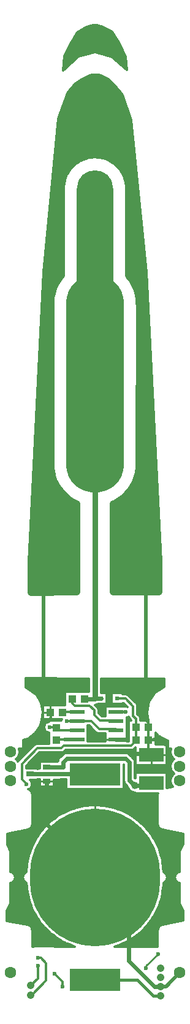
<source format=gbr>
G04 DipTrace 3.2.0.1*
G04 Top.gbr*
%MOMM*%
G04 #@! TF.FileFunction,Copper,L1,Top*
G04 #@! TF.Part,Single*
G04 #@! TA.AperFunction,CopperBalancing*
%ADD10C,0.25*%
%ADD15C,0.3*%
G04 #@! TA.AperFunction,ViaPad*
%ADD16C,0.6*%
G04 #@! TA.AperFunction,Conductor*
%ADD17C,0.5*%
%ADD19C,0.4*%
G04 #@! TA.AperFunction,ViaPad*
%ADD20C,0.8*%
G04 #@! TA.AperFunction,CopperBalancing*
%ADD21C,1.0*%
%ADD24R,1.1X1.0*%
%ADD25R,3.4X1.9*%
%ADD26R,1.0X1.1*%
%ADD28R,0.6X0.6*%
G04 #@! TA.AperFunction,ComponentPad*
%ADD29C,1.6*%
%ADD31R,1.05X0.65*%
%ADD34O,5.0X40.0*%
%ADD35O,8.0X30.0*%
%ADD36R,2.0X0.6*%
%ADD37R,7.0X3.1*%
%ADD38O,18.0X19.0*%
G04 #@! TA.AperFunction,ComponentPad*
%ADD39C,1.05*%
%FSLAX35Y35*%
G04*
G71*
G90*
G75*
G01*
G04 Top*
%LPD*%
X519630Y472037D2*
D15*
X134537D1*
X0Y337500D1*
X-98730Y1099620D2*
Y812297D1*
X-301837D1*
Y639337D1*
X0Y337500D1*
X902457Y-1171640D2*
D16*
X821307D1*
X469187Y-819520D1*
Y-131687D1*
X0Y337500D1*
X-660100Y779020D2*
D15*
X-441520D1*
X0Y337500D1*
X684743Y675010D2*
X337510D1*
X323987Y661487D1*
X0Y337500D1*
X902457Y-1171640D2*
D17*
X978360D1*
X1170000Y-980000D1*
X-116953Y984873D2*
D15*
X-117383D1*
Y668200D1*
Y508473D1*
Y454883D1*
X0Y337500D1*
X-116820Y668200D2*
X-117383D1*
X-155907Y508473D2*
X-117383D1*
X-613610Y2520370D2*
Y2611167D1*
X-617600Y2615157D1*
X-650683Y1989397D2*
X-583483Y2056597D1*
X776000D1*
Y2029467D1*
X737437D1*
Y2236083D1*
Y2407253D1*
X739687Y2409503D1*
X826183Y2241677D2*
X743030D1*
X737437Y2236083D1*
X739687Y2409503D2*
Y2470810D1*
X633193Y2577303D1*
X703460Y3034410D2*
Y3032363D1*
X818120D1*
X918447D1*
X920493Y3034410D1*
X-922343Y3032363D2*
X-813550D1*
Y3029367D1*
X-710587D1*
X-709427Y3028207D1*
X703460Y3034410D2*
D17*
Y4385763D1*
D15*
X706267Y4388570D1*
X-709427Y3028207D2*
D17*
Y4374947D1*
D15*
X-547550D1*
X290620Y2241270D2*
D16*
X445587Y2243290D1*
X-429273Y-274190D2*
D15*
Y-91773D1*
X0Y337500D1*
X-665057Y1667223D2*
D16*
Y1073800D1*
X71243Y337500D1*
X0D1*
X-290963Y749143D2*
D15*
Y628463D1*
X0Y337500D1*
X-540933Y608097D2*
X-270597D1*
X0Y337500D1*
X547467Y1603633D2*
Y1639467D1*
X541110D1*
X-665057Y1857223D2*
D16*
X-436547Y1855373D1*
Y1931287D1*
X-386050Y1981783D1*
X419890D1*
X477540Y1924133D1*
Y1673560D1*
X547467Y1603633D1*
X776000D1*
Y1639467D1*
X-885000Y-1288500D2*
D15*
X-875550D1*
X-673417Y-1086367D1*
Y-846397D1*
X-746147Y-773667D1*
X-788110D1*
X-789213Y-882323D2*
Y-1058713D1*
X-888500Y-1158000D1*
X870900Y-718893D2*
D10*
X704273Y-885520D1*
Y-916097D1*
X-450133Y-1168930D2*
D15*
Y-1102227D1*
X-556633Y-995727D1*
X-895057Y1762223D2*
D16*
X-6723D1*
D17*
X0Y1755500D1*
X902457Y-1298640D2*
D19*
X803680D1*
X580463Y-1075423D1*
X5077D1*
X0Y-1080500D1*
X306357Y2804583D2*
D15*
X419470D1*
X526633Y2697420D1*
Y2566217D1*
X564197Y2528653D1*
Y2409503D1*
X567540D1*
Y2222427D1*
X529083D1*
Y2187200D1*
X497320Y2155437D1*
X-429293D1*
X-461987Y2122743D1*
X-792523D1*
X-1010850Y1904417D1*
Y1693743D1*
X-946230Y1629123D1*
Y1624753D1*
X569687Y2409503D2*
X567540D1*
X567437Y2236083D2*
X567540Y2222427D1*
X-406730Y2239073D2*
D17*
X-251577D1*
D15*
X-249380Y2241270D1*
X424367Y2618943D2*
X293947D1*
X290620Y2622270D1*
X-406730Y2239073D2*
X-532317D1*
X-535777Y2235613D1*
X-249380Y2368270D2*
X-498433D1*
X-535777Y2405613D1*
X-625987Y2410363D2*
X-540527D1*
X-535777Y2405613D1*
X-249380Y2495270D2*
X-55090D1*
X57577Y2382603D1*
X290620D1*
Y2368270D1*
X-386520Y2498620D2*
X-252730D1*
X-249380Y2495270D1*
Y2622270D2*
X-440487D1*
X-447600Y2615157D1*
X290620Y2495270D2*
Y2504583D1*
X64497D1*
X-12087Y2581167D1*
Y2644120D1*
X-77600Y2709633D1*
X-279323D1*
X-313510Y2743820D1*
Y2802007D1*
X-143510D2*
D16*
X903D1*
Y2804583D1*
X86357D1*
X903D2*
D20*
Y7150000D1*
X0D1*
D15*
Y8100000D1*
D16*
X703460Y3034410D3*
X920493D3*
X-922343Y3032363D3*
X818120D3*
X196707Y3030677D3*
X298567D3*
X400080Y3029770D3*
X-813550Y3029367D3*
X500737Y3028813D3*
X601197D3*
X-709427Y3028207D3*
X-517787Y3026903D3*
X-611767Y3026087D3*
X-416127Y3025950D3*
X-303543Y3024540D3*
X-186177Y3024520D3*
X424367Y2618943D3*
X633193Y2577303D3*
X-613610Y2520370D3*
X-386520Y2498620D3*
X-625987Y2410363D3*
X123483Y2285413D3*
X445587Y2243290D3*
X826183Y2241677D3*
X-406730Y2239073D3*
X-807180Y2225943D3*
X-938447Y2218177D3*
X980563Y2170610D3*
D20*
X-650683Y1989397D3*
D16*
X-737810Y1991080D3*
X-566757Y1988470D3*
X-870943Y1911163D3*
X-824650Y1864650D3*
X-436547Y1855373D3*
X-946230Y1624753D3*
D21*
X547467Y1603633D3*
D16*
X-94503Y1488460D3*
X137730Y1487943D3*
X642930Y1470577D3*
X752603Y1406887D3*
X-844583Y1393910D3*
X827527Y1352327D3*
X-89677Y1352513D3*
X139203Y1347167D3*
X-295413Y1298107D3*
D20*
X-98730Y1099620D3*
D16*
X141877Y1100967D3*
X680923Y1085730D3*
X-816190Y1051710D3*
X815093Y1018390D3*
X-291690Y998860D3*
X146813Y995697D3*
X-116953Y984873D3*
X-816190Y980047D3*
X-818230Y894060D3*
X-904230Y943193D3*
X956633Y934717D3*
X891487Y895630D3*
X956633Y854680D3*
X-660100Y779020D3*
X-290963Y749143D3*
X684743Y675010D3*
X-116820Y668200D3*
X-540933Y608097D3*
X677923Y567127D3*
X-155907Y508473D3*
X-539373Y500547D3*
X519630Y472037D3*
X-429273Y-274190D3*
X749017Y-339827D3*
X-803197Y-472360D3*
X752517Y-508783D3*
X-804797Y-562923D3*
X870900Y-718893D3*
X-788110Y-773667D3*
X704273Y-916097D3*
X-789213Y-882323D3*
X-556633Y-995727D3*
X-450133Y-1168930D3*
X-634417Y525677D3*
X-954063Y3053783D2*
D15*
X-88303D1*
X90077D2*
X953667D1*
X-953770Y3024117D2*
X-88303D1*
X90077D2*
X953787D1*
X-953417Y2994450D2*
X-88303D1*
X90077D2*
X953903D1*
X-953123Y2964783D2*
X-88303D1*
X90077D2*
X951207D1*
X-913633Y2935117D2*
X-88303D1*
X90077D2*
X906617D1*
X-870507Y2905450D2*
X-88303D1*
X90077D2*
X861970D1*
X-827440Y2875783D2*
X-417720D1*
X165547D2*
X227163D1*
X385567D2*
X819840D1*
X-802657Y2846117D2*
X-417720D1*
X165547D2*
X227163D1*
X467480D2*
X798687D1*
X-785077Y2816450D2*
X-417720D1*
X165547D2*
X227163D1*
X497130D2*
X777593D1*
X-767500Y2786783D2*
X-417720D1*
X165547D2*
X227163D1*
X526837D2*
X756440D1*
X-749923Y2757117D2*
X-417720D1*
X165547D2*
X227163D1*
X556483D2*
X741910D1*
X-739200Y2727450D2*
X-417720D1*
X42383D2*
X407047D1*
X582970D2*
X736343D1*
X23810Y2697783D2*
X141440D1*
X590820D2*
X730720D1*
X47187Y2668117D2*
X141440D1*
X590820D2*
X725093D1*
X52110Y2638450D2*
X141440D1*
X590820D2*
X719470D1*
X52110Y2608783D2*
X141440D1*
X590820D2*
X713903D1*
X79530Y2579117D2*
X141440D1*
X603300D2*
X718650D1*
X624747Y2549450D2*
X724390D1*
X439823Y2519783D2*
X483513D1*
X628380D2*
X730190D1*
X-734687Y2490117D2*
X-634983D1*
X439823D2*
X465463D1*
X-745293Y2460450D2*
X-686430D1*
X439823D2*
X465463D1*
X-755957Y2430783D2*
X-702427D1*
X-100177D2*
X-80193D1*
X439823D2*
X465463D1*
X-773360Y2401117D2*
X-704653D1*
X-100177D2*
X-50513D1*
X439823D2*
X465463D1*
X-793810Y2371450D2*
X-694517D1*
X-100177D2*
X-20803D1*
X439823D2*
X465463D1*
X-814317Y2341783D2*
X-662230D1*
X-100177D2*
X8843D1*
X439823D2*
X465463D1*
X-841093Y2312117D2*
X-634983D1*
X-100177D2*
X141440D1*
X439823D2*
X463237D1*
X-879707Y2282450D2*
X-634983D1*
X-100177D2*
X141440D1*
X439823D2*
X463237D1*
X841660D2*
X894547D1*
X-918320Y2252783D2*
X-634983D1*
X-100177D2*
X141440D1*
X439823D2*
X463237D1*
X841660D2*
X951500D1*
X-984707Y2223117D2*
X-634983D1*
X-100177D2*
X141440D1*
X439823D2*
X463237D1*
X841660D2*
X1002127D1*
X-984883Y2193450D2*
X-634983D1*
X841660D2*
X1002007D1*
X-985117Y2163783D2*
X-841060D1*
X-985293Y2134117D2*
X-870707D1*
X-1045587Y2104450D2*
X-900357D1*
X534160D2*
X556813D1*
X995177D2*
X1045600D1*
X-1040900Y2074783D2*
X-930063D1*
X-420977D2*
X556813D1*
X995177D2*
X1040913D1*
X-1043300Y2045117D2*
X-959710D1*
X-780623D2*
X-431430D1*
X465253D2*
X556813D1*
X995177D2*
X1043257D1*
X-1053203Y2015450D2*
X-989360D1*
X-810273D2*
X-463130D1*
X497013D2*
X556813D1*
X995177D2*
X1053220D1*
X-1073007Y1985783D2*
X-1019007D1*
X-839923D2*
X-492837D1*
X526660D2*
X556813D1*
X995177D2*
X1073023D1*
X-1074767Y1956117D2*
X-1048713D1*
X-869630D2*
X-511587D1*
X995177D2*
X1074723D1*
X-899277Y1926450D2*
X-766763D1*
X995177D2*
X1054157D1*
X-928927Y1896783D2*
X-766763D1*
X995177D2*
X1043667D1*
X-946620Y1867117D2*
X-766763D1*
X556720D2*
X1040857D1*
X556720Y1837450D2*
X1045073D1*
X556720Y1807783D2*
X1057203D1*
X995177Y1778117D2*
X1080463D1*
X995177Y1748450D2*
X1068160D1*
X995177Y1718783D2*
X1050583D1*
X995177Y1689117D2*
X1042263D1*
X-875370Y1659450D2*
X-766763D1*
X-563360D2*
X-399203D1*
X995177D2*
X1041267D1*
X-867167Y1629783D2*
X-766763D1*
X-563360D2*
X-399203D1*
X995177D2*
X1047360D1*
X-871093Y1600117D2*
X-766763D1*
X-563360D2*
X-399203D1*
X399220D2*
X440210D1*
X995177D2*
X1061890D1*
X-889787Y1570450D2*
X-399203D1*
X399220D2*
X454157D1*
X-894767Y1540783D2*
X471617D1*
X-870917Y1511117D2*
X518083D1*
X-862890Y1481450D2*
X862907D1*
X-862013Y1451783D2*
X862027D1*
X-862013Y1422117D2*
X862027D1*
X-862013Y1392450D2*
X862027D1*
X-862013Y1362783D2*
X862027D1*
X-862013Y1333117D2*
X-36213D1*
X36230D2*
X862027D1*
X-862013Y1303450D2*
X-240357D1*
X240313D2*
X862027D1*
X-862013Y1273783D2*
X-334340D1*
X334357D2*
X862027D1*
X-862013Y1244117D2*
X-404887D1*
X404903D2*
X862027D1*
X-862013Y1214450D2*
X-462837D1*
X462850D2*
X862027D1*
X-862013Y1184783D2*
X-512523D1*
X512540D2*
X862027D1*
X-862013Y1155117D2*
X-556233D1*
X556250D2*
X862027D1*
X-862013Y1125450D2*
X-595200D1*
X595213D2*
X862027D1*
X-862013Y1095783D2*
X-630413D1*
X630370D2*
X862027D1*
X-863300Y1066117D2*
X-662347D1*
X662363D2*
X863317D1*
X-872323Y1036450D2*
X-691587D1*
X691600D2*
X872340D1*
X-897637Y1006783D2*
X-718363D1*
X718380D2*
X897653D1*
X-1008553Y977117D2*
X-743030D1*
X743047D2*
X1008570D1*
X-1168280Y947450D2*
X-765707D1*
X765723D2*
X1168297D1*
X-1211993Y917783D2*
X-786623D1*
X786640D2*
X1212007D1*
X-1211993Y888117D2*
X-805903D1*
X805917D2*
X1212007D1*
X-1211993Y858450D2*
X-823657D1*
X823673D2*
X1212007D1*
X-1211993Y828783D2*
X-840003D1*
X840020D2*
X1212007D1*
X-1211993Y799117D2*
X-855003D1*
X854960D2*
X1212007D1*
X-1201680Y769450D2*
X-868657D1*
X868673D2*
X1201697D1*
X-1186857Y739783D2*
X-881197D1*
X881153D2*
X1186870D1*
X-1172030Y710117D2*
X-892503D1*
X892520D2*
X1172047D1*
X-1162013Y680450D2*
X-902700D1*
X902713D2*
X1162027D1*
X-1162013Y650783D2*
X-911840D1*
X911857D2*
X1162027D1*
X-1162013Y621117D2*
X-919927D1*
X919883D2*
X1162027D1*
X-1162013Y591450D2*
X-926957D1*
X926973D2*
X1162027D1*
X-1162013Y561783D2*
X-932993D1*
X933007D2*
X1162027D1*
X-1162013Y532117D2*
X-938090D1*
X938107D2*
X1162027D1*
X-1162013Y502450D2*
X-942190D1*
X942207D2*
X1162027D1*
X-1162013Y472783D2*
X-945357D1*
X945370D2*
X1162027D1*
X-1162013Y443117D2*
X-947583D1*
X947540D2*
X1162027D1*
X-1161073Y413450D2*
X-948870D1*
X948827D2*
X1161030D1*
X-1117070Y383783D2*
X-982913D1*
X982930D2*
X1117087D1*
X-1103067Y354117D2*
X-996917D1*
X996933D2*
X1103083D1*
X-1101483Y324450D2*
X-998500D1*
X998517D2*
X1101500D1*
X-1111447Y294783D2*
X-988540D1*
X988553D2*
X1111460D1*
X-1140623Y265117D2*
X-959360D1*
X959377D2*
X1140640D1*
X-1162013Y235450D2*
X-947757D1*
X947773D2*
X1162027D1*
X-1162013Y205783D2*
X-945650D1*
X945663D2*
X1162027D1*
X-1162013Y176117D2*
X-942600D1*
X942617D2*
X1162027D1*
X-1162013Y146450D2*
X-938617D1*
X938633D2*
X1162027D1*
X-1162013Y116783D2*
X-933697D1*
X933653D2*
X1162027D1*
X-1162013Y87117D2*
X-927720D1*
X927733D2*
X1162027D1*
X-1162013Y57450D2*
X-920803D1*
X920820D2*
X1162027D1*
X-1162013Y27783D2*
X-912837D1*
X912850D2*
X1162027D1*
X-1162013Y-1883D2*
X-903870D1*
X903887D2*
X1162027D1*
X-1167637Y-31550D2*
X-893793D1*
X893810D2*
X1167770D1*
X-1182870Y-61217D2*
X-882600D1*
X882617D2*
X1182593D1*
X-1198107Y-90883D2*
X-870237D1*
X870253D2*
X1197417D1*
X-1213163Y-120550D2*
X-856703D1*
X856720D2*
X1212007D1*
X-1212987Y-150217D2*
X-841880D1*
X841893D2*
X1212007D1*
X-1212870Y-179883D2*
X-825707D1*
X825723D2*
X1212007D1*
X-1212697Y-209550D2*
X-808130D1*
X808143D2*
X1212007D1*
X-1212520Y-239217D2*
X-789027D1*
X789043D2*
X1212007D1*
X-1187500Y-268883D2*
X-768343D1*
X768360D2*
X1153180D1*
X-1027773Y-298550D2*
X-745843D1*
X745860D2*
X1014780D1*
X-901857Y-328217D2*
X-721470D1*
X721483D2*
X901460D1*
X-874373Y-357883D2*
X-694927D1*
X694940D2*
X874333D1*
X-863947Y-387550D2*
X-666040D1*
X665997D2*
X863903D1*
X-862013Y-417217D2*
X-634400D1*
X634413D2*
X862027D1*
X-862013Y-446883D2*
X-599653D1*
X599610D2*
X862027D1*
X-862013Y-476550D2*
X-561157D1*
X561113D2*
X862027D1*
X-862013Y-506217D2*
X-518090D1*
X518107D2*
X861970D1*
X-862013Y-535883D2*
X-469163D1*
X469180D2*
X861970D1*
X-862013Y-565550D2*
X-412387D1*
X412403D2*
X861970D1*
X-862013Y-595217D2*
X-343713D1*
X343730D2*
X861970D1*
X-715800Y2711357D2*
X-414680D1*
X-414710Y2898207D1*
X-85277D1*
X-85297Y3082377D1*
X-957353Y3083433D1*
X-956090Y2963147D1*
X-902257Y2925240D1*
X-818773Y2867403D1*
X-816633Y2864603D1*
X-745843Y2744667D1*
X-736377Y2698277D1*
X-721800Y2623613D1*
X-733877Y2500910D1*
X-762757Y2420847D1*
X-830837Y2322547D1*
X-868263Y2293550D1*
X-922603Y2252117D1*
X-967593Y2237367D1*
X-987610Y2230893D1*
X-988493Y2128267D1*
X-989930Y2123800D1*
X-992680Y2119997D1*
X-996470Y2117230D1*
X-1000930Y2115767D1*
X-1052317Y2115453D1*
X-1047287Y2099460D1*
X-1045353Y2089743D1*
X-1044190Y2079900D1*
X-1043800Y2070000D1*
X-1044190Y2060100D1*
X-1045353Y2050257D1*
X-1047287Y2040540D1*
X-1049977Y2031003D1*
X-1053407Y2021707D1*
X-1057553Y2012707D1*
X-1062397Y2004060D1*
X-1067903Y1995820D1*
X-1074037Y1988040D1*
X-1080763Y1980763D1*
X-1093117Y1970033D1*
X-1080763Y1959237D1*
X-1074037Y1951960D1*
X-1062890Y1936680D1*
X-1057387Y1944163D1*
X-1001093Y2000723D1*
X-832270Y2169280D1*
X-824500Y2174927D1*
X-815943Y2179283D1*
X-806810Y2182253D1*
X-797327Y2183753D1*
X-717523Y2183943D1*
X-631917D1*
X-631977Y2334413D1*
X-643777Y2336270D1*
X-655147Y2339963D1*
X-665800Y2345393D1*
X-675473Y2352420D1*
X-683930Y2360877D1*
X-690957Y2370550D1*
X-696387Y2381203D1*
X-700080Y2392573D1*
X-701953Y2404383D1*
Y2416343D1*
X-700080Y2428153D1*
X-696387Y2439523D1*
X-690957Y2450177D1*
X-683930Y2459850D1*
X-675473Y2468307D1*
X-665800Y2475333D1*
X-655147Y2480763D1*
X-643777Y2484457D1*
X-631990Y2486327D1*
X-631977Y2506813D1*
X-462230D1*
X-460613Y2516410D1*
X-459897Y2518950D1*
X-718800Y2518957D1*
Y2711357D1*
X-715800D1*
X483487Y2505703D2*
X500653D1*
X480097Y2526470D1*
X474450Y2534240D1*
X470090Y2542797D1*
X467120Y2551947D1*
X464180Y2553973D1*
X453527Y2548543D1*
X442157Y2544850D1*
X436813Y2543787D1*
X436820Y2216630D1*
X466193Y2216637D1*
X466237Y2332283D1*
X468523D1*
X468487Y2505703D1*
X483487D1*
X625343D2*
X735880D1*
X716690Y2605583D1*
X716933Y2609100D1*
X747530Y2769347D1*
X749223Y2772437D1*
X824940Y2878443D1*
X839833Y2888733D1*
X957063Y2966663D1*
X956493Y3081147D1*
X87137Y3082187D1*
X87103Y2880800D1*
X162557Y2880783D1*
Y2728383D1*
X41210D1*
X27540Y2722603D1*
X14387Y2719443D1*
X190Y2718410D1*
X34450Y2683867D1*
X40097Y2676097D1*
X44457Y2667540D1*
X47423Y2658407D1*
X48923Y2648923D1*
X49113Y2606560D1*
X89813Y2565817D1*
X144477Y2565783D1*
X144420Y2698470D1*
X436820D1*
Y2694073D1*
X445373Y2692130D1*
X394153Y2743347D1*
X382613Y2743383D1*
X382557Y2728383D1*
X230157D1*
Y2880783D1*
X382557D1*
Y2865840D1*
X424273Y2865597D1*
X433757Y2864093D1*
X442890Y2861127D1*
X451447Y2856767D1*
X459217Y2851120D1*
X515777Y2794827D1*
X573170Y2737167D1*
X578817Y2729397D1*
X583177Y2720840D1*
X586143Y2711707D1*
X587647Y2702223D1*
X587833Y2622420D1*
Y2591540D1*
X610733Y2568400D1*
X616380Y2560630D1*
X620740Y2552073D1*
X623707Y2542940D1*
X625210Y2533457D1*
X625397Y2505743D1*
X840887Y2332513D2*
Y2313303D1*
X838650D1*
X838800Y2170667D1*
X992200D1*
Y1888267D1*
X559800D1*
Y2131373D1*
X537067Y2108900D1*
X529297Y2103257D1*
X520740Y2098897D1*
X511607Y2095927D1*
X502123Y2094427D1*
X422320Y2094237D1*
X-403910D1*
X-422240Y2076207D1*
X-430010Y2070560D1*
X-438567Y2066203D1*
X-447700Y2063233D1*
X-457183Y2061733D1*
X-536987Y2061543D1*
X-767200D1*
X-949657Y1879060D1*
X-949650Y1840960D1*
X-796357Y1840923D1*
Y1838403D1*
X-763757Y1838523D1*
Y1935923D1*
X-566357D1*
Y1932583D1*
X-512747Y1932193D1*
X-511810Y1943207D1*
X-509017Y1954833D1*
X-504440Y1965880D1*
X-498193Y1976077D1*
X-490430Y1985170D1*
X-435537Y2039727D1*
X-425863Y2046753D1*
X-415210Y2052183D1*
X-403840Y2055877D1*
X-392030Y2057750D1*
X-341050Y2057983D1*
X425870Y2057750D1*
X437680Y2055877D1*
X449050Y2052183D1*
X459703Y2046753D1*
X469377Y2039727D1*
X505590Y2003847D1*
X535483Y1973620D1*
X542510Y1963947D1*
X547940Y1953293D1*
X551633Y1941923D1*
X553507Y1930113D1*
X553740Y1879133D1*
Y1705170D1*
X559800Y1708267D1*
Y1780667D1*
X992200D1*
Y1569320D1*
X1076717Y1584987D1*
X1067903Y1595820D1*
X1062397Y1604060D1*
X1057553Y1612707D1*
X1053407Y1621707D1*
X1049977Y1631003D1*
X1047287Y1640540D1*
X1045353Y1650257D1*
X1044190Y1660100D1*
X1043800Y1670000D1*
X1044190Y1679900D1*
X1045353Y1689743D1*
X1047287Y1699460D1*
X1049977Y1708997D1*
X1053407Y1718293D1*
X1057553Y1727293D1*
X1062397Y1735940D1*
X1067903Y1744180D1*
X1074037Y1751960D1*
X1080763Y1759237D1*
X1093117Y1769967D1*
X1080763Y1780763D1*
X1074037Y1788040D1*
X1067903Y1795820D1*
X1062397Y1804060D1*
X1057553Y1812707D1*
X1053407Y1821707D1*
X1049977Y1831003D1*
X1047287Y1840540D1*
X1045353Y1850257D1*
X1044190Y1860100D1*
X1043800Y1870000D1*
X1044190Y1879900D1*
X1045353Y1889743D1*
X1047287Y1899460D1*
X1049977Y1908997D1*
X1053407Y1918293D1*
X1057553Y1927293D1*
X1062397Y1935940D1*
X1067903Y1944180D1*
X1074037Y1951960D1*
X1080763Y1959237D1*
X1093117Y1969967D1*
X1080763Y1980763D1*
X1074037Y1988040D1*
X1067903Y1995820D1*
X1062397Y2004060D1*
X1057553Y2012707D1*
X1053407Y2021707D1*
X1049977Y2031003D1*
X1047287Y2040540D1*
X1045353Y2050257D1*
X1044190Y2060100D1*
X1043800Y2070000D1*
X1044190Y2079900D1*
X1045353Y2089743D1*
X1047287Y2099460D1*
X1052510Y2115860D1*
X1017467Y2116200D1*
X1013007Y2117663D1*
X1009217Y2120433D1*
X1006470Y2124237D1*
X1005030Y2128703D1*
X1004977Y2176050D1*
X1005113Y2226427D1*
X874710Y2294693D1*
X840920Y2332473D1*
X868860Y1498267D2*
X559800D1*
Y1508170D1*
X547467Y1507433D1*
X532417Y1508617D1*
X517740Y1512143D1*
X503793Y1517920D1*
X490923Y1525807D1*
X479443Y1535610D1*
X469640Y1547090D1*
X461753Y1559960D1*
X455977Y1573907D1*
X452450Y1588583D1*
X452143Y1591193D1*
X419597Y1624073D1*
X412570Y1633747D1*
X407140Y1644400D1*
X403447Y1655770D1*
X401573Y1667580D1*
X401340Y1718560D1*
Y1892523D1*
X396200Y1896700D1*
Y1554300D1*
X-396200D1*
Y1686077D1*
X-566357Y1685923D1*
Y1588523D1*
X-763757D1*
Y1686033D1*
X-796390Y1686023D1*
X-796357Y1683523D1*
X-897783D1*
X-892350Y1678633D1*
X-884583Y1669543D1*
X-878337Y1659347D1*
X-873760Y1648300D1*
X-870967Y1636673D1*
X-870030Y1624753D1*
X-870967Y1612833D1*
X-873760Y1601207D1*
X-878337Y1590160D1*
X-884583Y1579963D1*
X-892350Y1570873D1*
X-901440Y1563107D1*
X-911637Y1556860D1*
X-919810Y1553343D1*
X-906787Y1548197D1*
X-886480Y1531197D1*
X-883157Y1527207D1*
X-869977Y1503660D1*
X-865227Y1477607D1*
X-865000Y1445000D1*
X-865223Y1072413D1*
X-870143Y1045877D1*
X-883150Y1022810D1*
X-886463Y1018817D1*
X-907210Y1001553D1*
X-931960Y992130D1*
X-963977Y985950D1*
X-1215033Y939327D1*
X-1215000Y790027D1*
X-1165733Y691160D1*
X-1165000Y686523D1*
Y413653D1*
X-1153927Y410020D1*
X-1142573Y404233D1*
X-1132263Y396743D1*
X-1123257Y387737D1*
X-1115767Y377427D1*
X-1109980Y366073D1*
X-1106043Y353957D1*
X-1104050Y341370D1*
Y328630D1*
X-1106043Y316043D1*
X-1109980Y303927D1*
X-1115767Y292573D1*
X-1123257Y282263D1*
X-1132263Y273257D1*
X-1142573Y265767D1*
X-1153927Y259980D1*
X-1165013Y256333D1*
X-1165190Y-19290D1*
X-1166653Y-23750D1*
X-1216170Y-120300D1*
X-1215383Y-264237D1*
X-931980Y-317123D1*
X-907210Y-326553D1*
X-897513Y-334437D1*
X-884483Y-345850D1*
X-871160Y-368733D1*
X-869390Y-373620D1*
X-865000Y-400000D1*
X-864803Y-621137D1*
X-858040Y-618523D1*
X-850953Y-617000D1*
X-844763Y-616593D1*
X-276697Y-617350D1*
X-313663Y-605197D1*
X-350180Y-591513D1*
X-386103Y-576340D1*
X-421373Y-559697D1*
X-455923Y-541613D1*
X-489700Y-522123D1*
X-522647Y-501257D1*
X-554703Y-479050D1*
X-585820Y-455543D1*
X-615940Y-430773D1*
X-645013Y-404780D1*
X-672990Y-377617D1*
X-699827Y-349320D1*
X-725473Y-319940D1*
X-749887Y-289533D1*
X-773027Y-258143D1*
X-794853Y-225827D1*
X-815330Y-192637D1*
X-834423Y-158633D1*
X-852097Y-123870D1*
X-868323Y-88410D1*
X-883077Y-52310D1*
X-896327Y-15633D1*
X-908057Y21557D1*
X-918243Y59200D1*
X-926873Y97230D1*
X-933927Y135587D1*
X-939393Y174197D1*
X-943263Y213003D1*
X-945530Y251933D1*
X-946073Y259980D1*
X-957427Y265767D1*
X-967737Y273257D1*
X-976743Y282263D1*
X-984233Y292573D1*
X-990020Y303927D1*
X-993957Y316043D1*
X-995950Y328630D1*
Y341370D1*
X-993957Y353957D1*
X-990020Y366073D1*
X-984233Y377427D1*
X-976743Y387737D1*
X-967737Y396743D1*
X-957427Y404233D1*
X-945910Y410080D1*
X-944457Y444890D1*
X-941290Y483757D1*
X-936527Y522463D1*
X-930170Y560940D1*
X-922233Y599120D1*
X-912730Y636940D1*
X-901673Y674340D1*
X-889090Y711250D1*
X-874993Y747610D1*
X-859413Y783360D1*
X-842370Y818437D1*
X-823897Y852780D1*
X-804027Y886337D1*
X-782787Y919043D1*
X-760220Y950847D1*
X-736363Y981693D1*
X-711253Y1011530D1*
X-684933Y1040310D1*
X-657453Y1067977D1*
X-628857Y1094490D1*
X-599190Y1119803D1*
X-568507Y1143870D1*
X-536857Y1166653D1*
X-504293Y1188113D1*
X-470877Y1208213D1*
X-436657Y1226920D1*
X-401697Y1244200D1*
X-366057Y1260023D1*
X-329790Y1274367D1*
X-292967Y1287203D1*
X-255647Y1298510D1*
X-217890Y1308270D1*
X-179763Y1316467D1*
X-141330Y1323087D1*
X-102660Y1328113D1*
X-63813Y1331547D1*
X-24860Y1333373D1*
X14137Y1333593D1*
X53110Y1332207D1*
X91993Y1329217D1*
X130717Y1324627D1*
X169223Y1318443D1*
X207440Y1310680D1*
X245303Y1301350D1*
X282750Y1290467D1*
X319717Y1278047D1*
X356143Y1264117D1*
X391960Y1248697D1*
X427113Y1231813D1*
X461543Y1213497D1*
X495187Y1193777D1*
X527990Y1172690D1*
X559897Y1150267D1*
X590850Y1126547D1*
X620800Y1101573D1*
X649697Y1075387D1*
X677490Y1048030D1*
X704133Y1019553D1*
X729580Y990000D1*
X753787Y959427D1*
X776713Y927880D1*
X798320Y895417D1*
X818570Y862090D1*
X837433Y827957D1*
X854870Y793077D1*
X870857Y757507D1*
X885363Y721307D1*
X898367Y684540D1*
X909843Y647270D1*
X919773Y609560D1*
X928143Y571470D1*
X934937Y533070D1*
X940140Y494420D1*
X943747Y455590D1*
X945750Y416647D1*
X946073Y410020D1*
X957427Y404233D1*
X967737Y396743D1*
X976743Y387737D1*
X984233Y377427D1*
X990020Y366073D1*
X993957Y353957D1*
X995950Y341370D1*
Y328630D1*
X993957Y316043D1*
X990020Y303927D1*
X984233Y292573D1*
X976743Y282263D1*
X967737Y273257D1*
X957427Y265767D1*
X945817Y259887D1*
X943900Y221553D1*
X940380Y182717D1*
X935263Y144057D1*
X928560Y105640D1*
X920277Y67530D1*
X910430Y29797D1*
X899040Y-7500D1*
X886120Y-44293D1*
X871693Y-80527D1*
X855790Y-116133D1*
X838430Y-151053D1*
X819647Y-185227D1*
X799473Y-218600D1*
X777940Y-251113D1*
X755083Y-282713D1*
X730947Y-313343D1*
X705567Y-342950D1*
X678990Y-371490D1*
X651260Y-398907D1*
X622423Y-425160D1*
X592527Y-450203D1*
X561627Y-473990D1*
X529773Y-496487D1*
X497017Y-517650D1*
X463420Y-537447D1*
X429033Y-555843D1*
X393917Y-572803D1*
X358133Y-588307D1*
X321740Y-602320D1*
X284800Y-614820D1*
X274243Y-618083D1*
X849543Y-619137D1*
X856663Y-620517D1*
X863490Y-623000D1*
X864997Y-620000D1*
X865217Y-397463D1*
X869930Y-371477D1*
X882463Y-348690D1*
X885660Y-344727D1*
X905663Y-327480D1*
X929933Y-317557D1*
X976190Y-307457D1*
X1215047Y-256273D1*
X1215000Y-120110D1*
X1165733Y-21160D1*
X1165000Y-16523D1*
Y256347D1*
X1153927Y259980D1*
X1142573Y265767D1*
X1132263Y273257D1*
X1123257Y282263D1*
X1115767Y292573D1*
X1109980Y303927D1*
X1106043Y316043D1*
X1104050Y328630D1*
Y341370D1*
X1106043Y353957D1*
X1109980Y366073D1*
X1115767Y377427D1*
X1123257Y387737D1*
X1132263Y396743D1*
X1142573Y404233D1*
X1153927Y410020D1*
X1165013Y413667D1*
X1165183Y688870D1*
X1166147Y692277D1*
X1215003Y790070D1*
X1215000Y939277D1*
X933097Y991753D1*
X906787Y1001803D1*
X886480Y1018803D1*
X883157Y1022793D1*
X869977Y1046340D1*
X865227Y1072393D1*
X865000Y1105000D1*
X865223Y1477587D1*
X868847Y1498277D1*
X144420Y2216643D2*
X144433Y2317470D1*
X140620Y2321403D1*
X52773Y2321593D1*
X43290Y2323093D1*
X34157Y2326063D1*
X25600Y2330423D1*
X17830Y2336067D1*
X-38730Y2392360D1*
X-80453Y2434083D1*
X-103197Y2434070D1*
X-103180Y2216630D1*
X144397Y2216637D1*
X-862460Y-620093D2*
X-855550Y-617857D1*
X-848387Y-616730D1*
X-617600Y2711297D2*
D10*
Y2519017D1*
X-718740Y2615157D2*
X-617600D1*
X739687Y2505643D2*
Y2409503D1*
X776000Y2029467D2*
Y1888327D1*
X559860Y2029467D2*
X992140D1*
X-665057Y1667223D2*
Y1588580D1*
X-763697Y1667223D2*
X-566413D1*
X737437Y2236083D2*
X838580D1*
X144480Y2241270D2*
X436760D1*
X0Y1333640D2*
Y337500D1*
X-217580Y11282123D2*
D21*
X201013D1*
X-315107Y11182457D2*
X294437D1*
X-364143Y11082790D2*
X355870D1*
X-400327Y10983123D2*
X390323D1*
X-436603Y10883457D2*
X424687D1*
X-465680Y10783790D2*
X456770D1*
X-475430Y10684123D2*
X466977D1*
X-485183Y10584457D2*
X477093D1*
X-494937Y10484790D2*
X487303D1*
X-504690Y10385123D2*
X497420D1*
X-514350Y10285457D2*
X-170223D1*
X170247D2*
X507627D1*
X-524103Y10185790D2*
X-330183D1*
X330207D2*
X517837D1*
X-533857Y10086123D2*
X-409390D1*
X409413D2*
X527953D1*
X-543610Y9986457D2*
X-453503D1*
X453527D2*
X538163D1*
X-553360Y9886790D2*
X-472553D1*
X472577D2*
X548280D1*
X-563113Y9787123D2*
X-474013D1*
X474033D2*
X558487D1*
X-572867Y9687457D2*
X-474013D1*
X474033D2*
X568603D1*
X-582620Y9587790D2*
X-474013D1*
X474033D2*
X578813D1*
X-592373Y9488123D2*
X-474013D1*
X474033D2*
X588930D1*
X-602123Y9388457D2*
X-474013D1*
X474033D2*
X599140D1*
X-611877Y9288790D2*
X-474013D1*
X474033D2*
X609347D1*
X-621630Y9189123D2*
X-474013D1*
X474033D2*
X619463D1*
X-631383Y9089457D2*
X-474013D1*
X474033D2*
X629673D1*
X-641043Y8989790D2*
X-474013D1*
X474033D2*
X639790D1*
X-650797Y8890123D2*
X-474013D1*
X474033D2*
X649997D1*
X-660550Y8790457D2*
X-474013D1*
X474033D2*
X660117D1*
X-670300Y8690790D2*
X-474013D1*
X474033D2*
X670323D1*
X-675313Y8591123D2*
X-520497D1*
X520520D2*
X675337D1*
X-680237Y8491457D2*
X-574547D1*
X574570D2*
X680260D1*
X-685250Y8391790D2*
X-607360D1*
X607380D2*
X685270D1*
X-690263Y8292123D2*
X-622580D1*
X622510D2*
X690283D1*
X-695183Y8192457D2*
X-624040D1*
X623970D2*
X695207D1*
X-700197Y8092790D2*
X-624040D1*
X623970D2*
X700220D1*
X-705210Y7993123D2*
X-624040D1*
X623970D2*
X705233D1*
X-710133Y7893457D2*
X-624040D1*
X623970D2*
X710153D1*
X-715147Y7793790D2*
X-624040D1*
X623970D2*
X715167D1*
X-720157Y7694123D2*
X-624040D1*
X623970D2*
X720180D1*
X-725170Y7594457D2*
X-624040D1*
X623970D2*
X725103D1*
X-730093Y7494790D2*
X-624040D1*
X623970D2*
X730117D1*
X-735107Y7395123D2*
X-624040D1*
X623970D2*
X735127D1*
X-740120Y7295457D2*
X-624040D1*
X623970D2*
X740050D1*
X-745040Y7195790D2*
X-624040D1*
X623970D2*
X745063D1*
X-750053Y7096123D2*
X-624040D1*
X623970D2*
X750077D1*
X-755067Y6996457D2*
X-624040D1*
X623970D2*
X754997D1*
X-759990Y6896790D2*
X-624040D1*
X623970D2*
X760010D1*
X-765003Y6797123D2*
X-624040D1*
X623970D2*
X765023D1*
X-770013Y6697457D2*
X-624040D1*
X623970D2*
X769947D1*
X-774937Y6597790D2*
X-624040D1*
X623970D2*
X774960D1*
X-779950Y6498123D2*
X-624040D1*
X623970D2*
X779973D1*
X-784963Y6398457D2*
X-624040D1*
X623970D2*
X784893D1*
X-789883Y6298790D2*
X-624040D1*
X623970D2*
X789907D1*
X-794897Y6199123D2*
X-624040D1*
X623970D2*
X794920D1*
X-799910Y6099457D2*
X-624040D1*
X623970D2*
X799843D1*
X-804833Y5999790D2*
X-621943D1*
X621963D2*
X804853D1*
X-809847Y5900123D2*
X-605443D1*
X605467D2*
X809867D1*
X-814860Y5800457D2*
X-570990D1*
X571013D2*
X814790D1*
X-819780Y5700790D2*
X-515027D1*
X515050D2*
X819803D1*
X-824793Y5601123D2*
X-428897D1*
X428917D2*
X824817D1*
X-829807Y5501457D2*
X-285887D1*
X285820D2*
X829737D1*
X-834730Y5401790D2*
X-263100D1*
X264947D2*
X834750D1*
X-839740Y5302123D2*
X-263100D1*
X264947D2*
X839763D1*
X-844753Y5202457D2*
X-263100D1*
X264947D2*
X844687D1*
X-849677Y5102790D2*
X-263100D1*
X264947D2*
X849700D1*
X-854690Y5003123D2*
X-263100D1*
X264947D2*
X854710D1*
X-859703Y4903457D2*
X-263100D1*
X264947D2*
X859633D1*
X-864623Y4803790D2*
X-263100D1*
X264947D2*
X864647D1*
X-869637Y4704123D2*
X-263100D1*
X264947D2*
X869660D1*
X-870003Y4604457D2*
X-263100D1*
X264947D2*
X870023D1*
X-870003Y4504790D2*
X-263100D1*
X264947D2*
X870023D1*
X-870003Y4405123D2*
X-263100D1*
X264947D2*
X870023D1*
X-870003Y4305457D2*
X-263100D1*
X264947D2*
X870023D1*
X-796630Y2910123D2*
X-592503D1*
X647760D2*
X796653D1*
X-811397Y1415123D2*
X-574000D1*
X-819963Y1315457D2*
X-626317D1*
X626340D2*
X819987D1*
X-819963Y1215790D2*
X-754923D1*
X754947D2*
X819987D1*
X-1134690Y916790D2*
X-990263D1*
X990193D2*
X1134710D1*
X-1169963Y817123D2*
X-1037840D1*
X1037863D2*
X1169987D1*
X-1129587Y717457D2*
X-1074027D1*
X1074047D2*
X1129607D1*
X-1146083Y-79877D2*
X-1061720D1*
X1061653D2*
X1145740D1*
X-1170873Y-179543D2*
X-1021343D1*
X1021367D2*
X1169987D1*
X-777753Y2879157D2*
X-582520D1*
X-582510Y2935493D1*
X-830387Y2935513D1*
X-777787Y2879193D1*
X829960Y1330467D2*
X593343Y1330337D1*
X636143Y1302003D1*
X677593Y1271730D1*
X717607Y1239577D1*
X756093Y1205617D1*
X792977Y1169920D1*
X828177Y1132563D1*
X829990Y1130540D1*
X830000Y1330483D1*
X-563987Y1420723D2*
X-812413D1*
X-830037Y1410383D1*
X-830000Y1130560D1*
X-792417Y1170487D1*
X-755510Y1206160D1*
X-716997Y1240090D1*
X-676963Y1272213D1*
X-635490Y1302460D1*
X-592670Y1330760D1*
X-548590Y1357060D1*
X-503347Y1381300D1*
X-492927Y1386507D1*
X-564000Y1386500D1*
Y1420680D1*
X-463853Y9849997D2*
X-462633Y9885600D1*
X-460257Y9908810D1*
X-456720Y9931870D1*
X-452027Y9954723D1*
X-446193Y9977313D1*
X-439230Y9999580D1*
X-431153Y10021470D1*
X-421990Y10042927D1*
X-411760Y10063893D1*
X-400487Y10084320D1*
X-388203Y10104157D1*
X-374937Y10123347D1*
X-360723Y10141850D1*
X-345597Y10159613D1*
X-329597Y10176593D1*
X-312763Y10192747D1*
X-295140Y10208037D1*
X-276770Y10222417D1*
X-257700Y10235860D1*
X-237977Y10248327D1*
X-217653Y10259783D1*
X-196780Y10270207D1*
X-175410Y10279567D1*
X-153597Y10287840D1*
X-131393Y10295007D1*
X-108857Y10301050D1*
X-86047Y10305950D1*
X-63020Y10309700D1*
X-39833Y10312287D1*
X-16543Y10313703D1*
X6783Y10313950D1*
X30097Y10313023D1*
X53333Y10310923D1*
X76433Y10307660D1*
X99343Y10303240D1*
X122000Y10297673D1*
X144350Y10290977D1*
X166333Y10283163D1*
X187897Y10274253D1*
X208983Y10264273D1*
X229543Y10253243D1*
X249523Y10241197D1*
X268870Y10228160D1*
X287540Y10214167D1*
X305483Y10199253D1*
X322650Y10183457D1*
X339003Y10166817D1*
X354500Y10149373D1*
X369100Y10131177D1*
X382770Y10112267D1*
X395467Y10092697D1*
X407167Y10072510D1*
X417837Y10051763D1*
X427450Y10030503D1*
X435983Y10008790D1*
X443413Y9986673D1*
X449723Y9964213D1*
X454897Y9941463D1*
X458920Y9918480D1*
X461780Y9895327D1*
X464000Y9850000D1*
Y8652070D1*
X485483Y8625903D1*
X512623Y8587953D1*
X536807Y8548053D1*
X557887Y8506433D1*
X575747Y8463333D1*
X590283Y8419000D1*
X601413Y8373690D1*
X609067Y8327667D1*
X613207Y8281197D1*
X614000Y8226667D1*
X613557Y6026673D1*
X610013Y5980150D1*
X602950Y5934033D1*
X592403Y5888587D1*
X578437Y5844070D1*
X561130Y5800743D1*
X540583Y5758857D1*
X516917Y5718650D1*
X490263Y5680357D1*
X460780Y5644197D1*
X428637Y5610380D1*
X394020Y5579103D1*
X357127Y5550543D1*
X318170Y5524870D1*
X277380Y5502227D1*
X254947Y5491463D1*
X254903Y4280457D1*
X879920Y4283633D1*
X880000Y4697003D1*
X680300Y8690967D1*
X465827Y10793183D1*
X350260Y11128087D1*
X254563Y11241633D1*
X159537Y11329923D1*
X46907Y11381480D1*
X-40807Y11381760D1*
X-155307Y11335720D1*
X-251503Y11264430D1*
X-346607Y11158470D1*
X-473013Y10810843D1*
X-680300Y8691043D1*
X-880000Y4696967D1*
Y4274877D1*
X-253010Y4278033D1*
X-253097Y5490560D1*
X-284250Y5505760D1*
X-324757Y5528913D1*
X-363383Y5555077D1*
X-399917Y5584100D1*
X-434137Y5615810D1*
X-465853Y5650030D1*
X-494877Y5686557D1*
X-521047Y5725183D1*
X-544207Y5765683D1*
X-564223Y5807827D1*
X-580983Y5851367D1*
X-594387Y5896057D1*
X-604360Y5941633D1*
X-610843Y5987837D1*
X-613803Y6034397D1*
X-614000Y6890000D1*
X-613950Y8257730D1*
X-611593Y8304323D1*
X-605700Y8350607D1*
X-596313Y8396307D1*
X-583483Y8441163D1*
X-567283Y8484917D1*
X-547807Y8527313D1*
X-525170Y8568107D1*
X-499500Y8607067D1*
X-470943Y8643963D1*
X-463950Y8652010D1*
X-464000Y9849180D1*
X-1099160Y568720D2*
X-1089597Y619390D1*
X-1077760Y669337D1*
X-1063633Y718683D1*
X-1047247Y767327D1*
X-1028640Y815163D1*
X-1007847Y862093D1*
X-984917Y908013D1*
X-961027Y950897D1*
X-1179993Y910237D1*
X-1180000Y798403D1*
X-1133807Y705657D1*
X-1130617Y694347D1*
X-1130000Y686523D1*
Y577787D1*
X-1108053Y571813D1*
X-1099240Y568563D1*
X961027Y950900D2*
X985290Y907310D1*
X1008187Y861370D1*
X1028947Y814427D1*
X1047520Y766577D1*
X1063870Y717920D1*
X1077960Y668563D1*
X1089763Y618610D1*
X1099160Y568723D1*
X1126873Y577120D1*
X1129943Y577730D1*
X1130127Y690067D1*
X1132330Y701613D1*
X1135280Y708883D1*
X1180020Y798367D1*
X1180000Y910207D1*
X961080Y950890D1*
X1098370Y101543D2*
X1088673Y51307D1*
X1076637Y1410D1*
X1062317Y-47883D1*
X1045740Y-96460D1*
X1026943Y-144223D1*
X1005967Y-191070D1*
X982853Y-236900D1*
X961680Y-274787D1*
X1180013Y-227987D1*
X1180000Y-128363D1*
X1132447Y-31973D1*
X1130153Y-20447D1*
X1130000Y92213D1*
X1108053Y98187D1*
X1098383Y101757D1*
X-961020Y-275910D2*
X-985167Y-232543D1*
X-1008073Y-186610D1*
X-1028843Y-139673D1*
X-1047430Y-91827D1*
X-1063790Y-43173D1*
X-1077893Y6180D1*
X-1089707Y56130D1*
X-1098370Y101553D1*
X-1126873Y92880D1*
X-1129943Y92270D1*
X-1130163Y-20957D1*
X-1132487Y-32480D1*
X-1135510Y-39720D1*
X-1181160Y-128730D1*
X-1180543Y-235210D1*
X-961040Y-275897D1*
X830473Y2935513D2*
X612453D1*
X688560Y2859347D1*
X700767Y2846143D1*
X711897Y2832023D1*
X721923Y2817010D1*
X730837Y2805813D1*
X754163Y2853113D1*
X759057Y2859247D1*
X830413Y2935540D1*
X-617600Y2879067D2*
D10*
Y2615157D1*
X-665057Y1667223D2*
Y1420813D1*
X-130480Y12074063D2*
D15*
X119750D1*
X-174953Y12044397D2*
X171197D1*
X-219483Y12014730D2*
X222583D1*
X-250130Y11985063D2*
X248717D1*
X-269583Y11955397D2*
X268050D1*
X-289033Y11925730D2*
X287387D1*
X-308487Y11896063D2*
X306723D1*
X-327883Y11866397D2*
X326060D1*
X-343587Y11836730D2*
X343050D1*
X-358410Y11807063D2*
X356703D1*
X-373233Y11777397D2*
X370413D1*
X-388060Y11747730D2*
X384067D1*
X-402883Y11718063D2*
X-55913D1*
X54677D2*
X397720D1*
X-417707Y11688397D2*
X-165073D1*
X153230D2*
X411370D1*
X-423507Y11658730D2*
X-247927D1*
X245810D2*
X423207D1*
X-426260Y11629063D2*
X-281090D1*
X279853D2*
X426197D1*
X-429017Y11599397D2*
X-314197D1*
X313953D2*
X429183D1*
X-431770Y11569730D2*
X-347360D1*
X347997D2*
X432173D1*
X-434523Y11540063D2*
X-380523D1*
X382040D2*
X435220D1*
X-437277Y11510397D2*
X-413687D1*
X416140D2*
X438207D1*
X-424433Y11680953D2*
X-442937Y11481537D1*
X-234183Y11668073D1*
X-231013Y11669627D1*
X240Y11732313D1*
X4927Y11732087D1*
X238770Y11661547D1*
X241747Y11659650D1*
X443893Y11483597D1*
X425673Y11663867D1*
X340477Y11848857D1*
X236513Y12008430D1*
X112423Y12080027D1*
X27073Y12103727D1*
X-23793Y12103730D1*
X-121023Y12082380D1*
X-242423Y12001430D1*
X-334417Y11861030D1*
X-424417Y11681030D1*
D24*
X-617600Y2615157D3*
X-447600D3*
X569687Y2409503D3*
X739687D3*
D25*
X776000Y1639467D3*
Y2029467D3*
D28*
X306357Y2804583D3*
X86357D3*
D29*
X-1170000Y1670000D3*
Y1870000D3*
Y2070000D3*
X1170000Y1670000D3*
Y1870000D3*
Y2070000D3*
X-1170000Y-980000D3*
X1170000D3*
D31*
X-665057Y1667223D3*
Y1857223D3*
X-895057Y1762223D3*
D24*
X-313510Y2802007D3*
X-143510D3*
D26*
X-535777Y2235613D3*
Y2405613D3*
D24*
X567437Y2236083D3*
X737437D3*
D34*
X0Y8100000D3*
D35*
Y7150000D3*
D36*
X290620Y2622270D3*
Y2368270D3*
Y2495270D3*
Y2241270D3*
X-249380D3*
Y2368270D3*
Y2495270D3*
Y2622270D3*
D37*
X0Y1755500D3*
Y-1080500D3*
D38*
Y337500D3*
D39*
X902457Y-1171640D3*
Y-1044640D3*
Y-1298640D3*
Y-917640D3*
X-888500Y-1158000D3*
X-885000Y-1288500D3*
M02*

</source>
